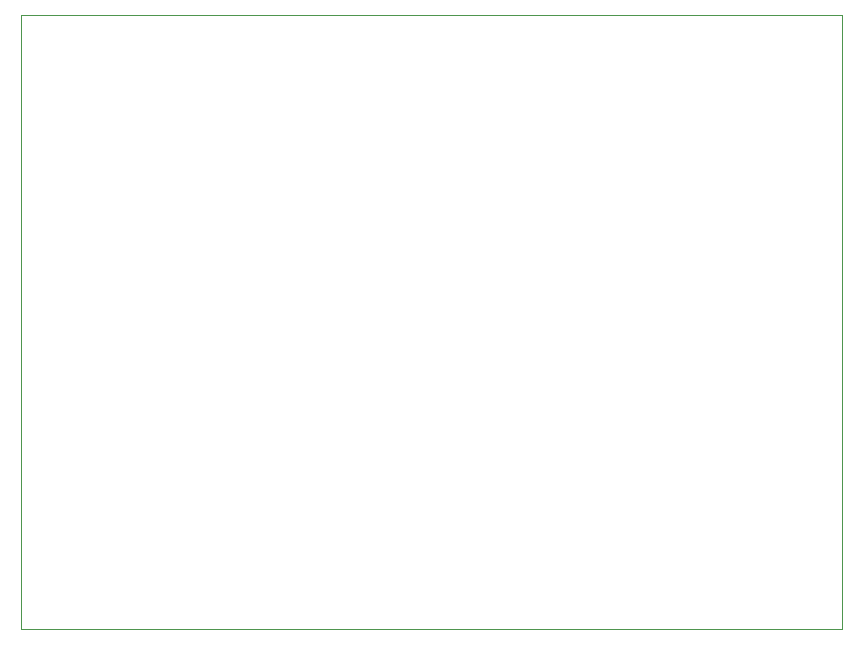
<source format=gbr>
%TF.GenerationSoftware,KiCad,Pcbnew,8.0.7*%
%TF.CreationDate,2024-12-31T18:49:18-05:00*%
%TF.ProjectId,12V-5V-3V3-BuckConverter,3132562d-3556-42d3-9356-332d4275636b,rev?*%
%TF.SameCoordinates,Original*%
%TF.FileFunction,Profile,NP*%
%FSLAX46Y46*%
G04 Gerber Fmt 4.6, Leading zero omitted, Abs format (unit mm)*
G04 Created by KiCad (PCBNEW 8.0.7) date 2024-12-31 18:49:18*
%MOMM*%
%LPD*%
G01*
G04 APERTURE LIST*
%TA.AperFunction,Profile*%
%ADD10C,0.050000*%
%TD*%
G04 APERTURE END LIST*
D10*
X149500000Y-66500000D02*
X219000000Y-66500000D01*
X219000000Y-118500000D01*
X149500000Y-118500000D01*
X149500000Y-66500000D01*
M02*

</source>
